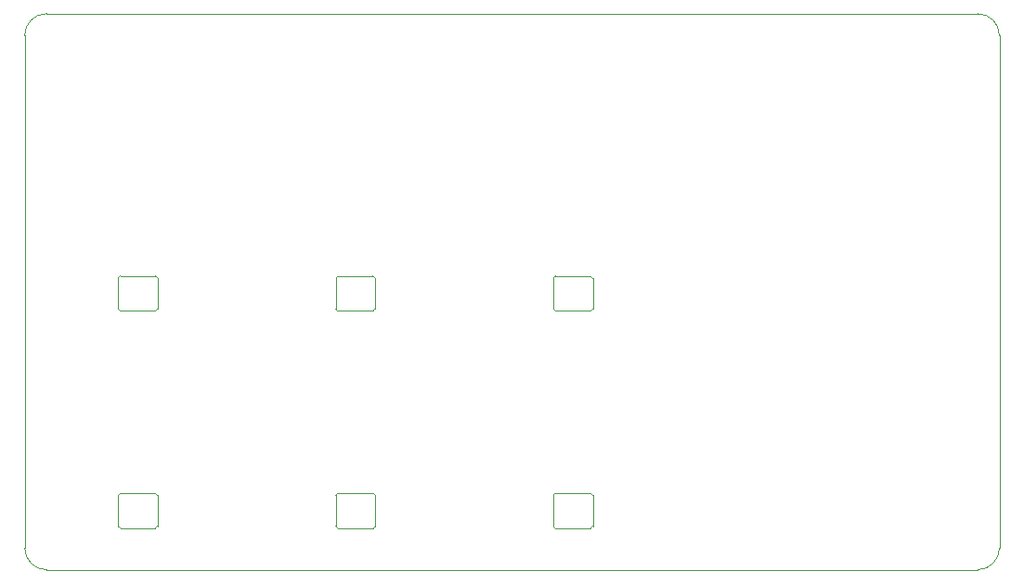
<source format=gbr>
G04 #@! TF.GenerationSoftware,KiCad,Pcbnew,(5.1.5)-3*
G04 #@! TF.CreationDate,2020-04-23T15:25:22-04:00*
G04 #@! TF.ProjectId,Flying_MX,466c7969-6e67-45f4-9d58-2e6b69636164,rev?*
G04 #@! TF.SameCoordinates,Original*
G04 #@! TF.FileFunction,Profile,NP*
%FSLAX46Y46*%
G04 Gerber Fmt 4.6, Leading zero omitted, Abs format (unit mm)*
G04 Created by KiCad (PCBNEW (5.1.5)-3) date 2020-04-23 15:25:22*
%MOMM*%
%LPD*%
G04 APERTURE LIST*
%ADD10C,0.050000*%
G04 APERTURE END LIST*
D10*
X52000000Y-30000000D02*
X136900000Y-30000000D01*
X50000000Y-78800000D02*
X50000000Y-32000000D01*
X136900000Y-80800000D02*
X52000000Y-80800000D01*
X138900000Y-32000000D02*
X138900000Y-78800000D01*
X50000000Y-32000000D02*
G75*
G02X52000000Y-30000000I2000000J0D01*
G01*
X52000000Y-80800000D02*
G75*
G02X50000000Y-78800000I0J2000000D01*
G01*
X138900000Y-78800000D02*
G75*
G02X136900000Y-80800000I-2000000J0D01*
G01*
X136900000Y-30000000D02*
G75*
G02X138900000Y-32000000I0J-2000000D01*
G01*
X101812500Y-74006250D02*
X101812500Y-76806250D01*
X98412500Y-73806250D02*
X101612500Y-73806250D01*
X98212500Y-76806250D02*
X98212500Y-74006250D01*
X101612500Y-77006250D02*
X98412500Y-77006250D01*
X101612500Y-73806250D02*
G75*
G02X101812500Y-74006250I0J-200000D01*
G01*
X98212500Y-74006250D02*
G75*
G02X98412500Y-73806250I200000J0D01*
G01*
X98412500Y-77006250D02*
G75*
G02X98212500Y-76806250I0J200000D01*
G01*
X101812500Y-76806250D02*
G75*
G02X101612500Y-77006250I-200000J0D01*
G01*
X81968750Y-74006250D02*
X81968750Y-76806250D01*
X78568750Y-73806250D02*
X81768750Y-73806250D01*
X78368750Y-76806250D02*
X78368750Y-74006250D01*
X81768750Y-77006250D02*
X78568750Y-77006250D01*
X81768750Y-73806250D02*
G75*
G02X81968750Y-74006250I0J-200000D01*
G01*
X78368750Y-74006250D02*
G75*
G02X78568750Y-73806250I200000J0D01*
G01*
X78568750Y-77006250D02*
G75*
G02X78368750Y-76806250I0J200000D01*
G01*
X81968750Y-76806250D02*
G75*
G02X81768750Y-77006250I-200000J0D01*
G01*
X62125000Y-74006250D02*
X62125000Y-76806250D01*
X58725000Y-73806250D02*
X61925000Y-73806250D01*
X58525000Y-76806250D02*
X58525000Y-74006250D01*
X61925000Y-77006250D02*
X58725000Y-77006250D01*
X61925000Y-73806250D02*
G75*
G02X62125000Y-74006250I0J-200000D01*
G01*
X58525000Y-74006250D02*
G75*
G02X58725000Y-73806250I200000J0D01*
G01*
X58725000Y-77006250D02*
G75*
G02X58525000Y-76806250I0J200000D01*
G01*
X62125000Y-76806250D02*
G75*
G02X61925000Y-77006250I-200000J0D01*
G01*
X101812500Y-54162500D02*
X101812500Y-56962500D01*
X98412500Y-53962500D02*
X101612500Y-53962500D01*
X98212500Y-56962500D02*
X98212500Y-54162500D01*
X101612500Y-57162500D02*
X98412500Y-57162500D01*
X101612500Y-53962500D02*
G75*
G02X101812500Y-54162500I0J-200000D01*
G01*
X98212500Y-54162500D02*
G75*
G02X98412500Y-53962500I200000J0D01*
G01*
X98412500Y-57162500D02*
G75*
G02X98212500Y-56962500I0J200000D01*
G01*
X101812500Y-56962500D02*
G75*
G02X101612500Y-57162500I-200000J0D01*
G01*
X81968750Y-54162500D02*
X81968750Y-56962500D01*
X78568750Y-53962500D02*
X81768750Y-53962500D01*
X78368750Y-56962500D02*
X78368750Y-54162500D01*
X81768750Y-57162500D02*
X78568750Y-57162500D01*
X81768750Y-53962500D02*
G75*
G02X81968750Y-54162500I0J-200000D01*
G01*
X78368750Y-54162500D02*
G75*
G02X78568750Y-53962500I200000J0D01*
G01*
X78568750Y-57162500D02*
G75*
G02X78368750Y-56962500I0J200000D01*
G01*
X81968750Y-56962500D02*
G75*
G02X81768750Y-57162500I-200000J0D01*
G01*
X62125000Y-54162500D02*
X62125000Y-56962500D01*
X58725000Y-53962500D02*
X61925000Y-53962500D01*
X58525000Y-56962500D02*
X58525000Y-54162500D01*
X61925000Y-57162500D02*
X58725000Y-57162500D01*
X61925000Y-53962500D02*
G75*
G02X62125000Y-54162500I0J-200000D01*
G01*
X58525000Y-54162500D02*
G75*
G02X58725000Y-53962500I200000J0D01*
G01*
X58725000Y-57162500D02*
G75*
G02X58525000Y-56962500I0J200000D01*
G01*
X62125000Y-56962500D02*
G75*
G02X61925000Y-57162500I-200000J0D01*
G01*
M02*

</source>
